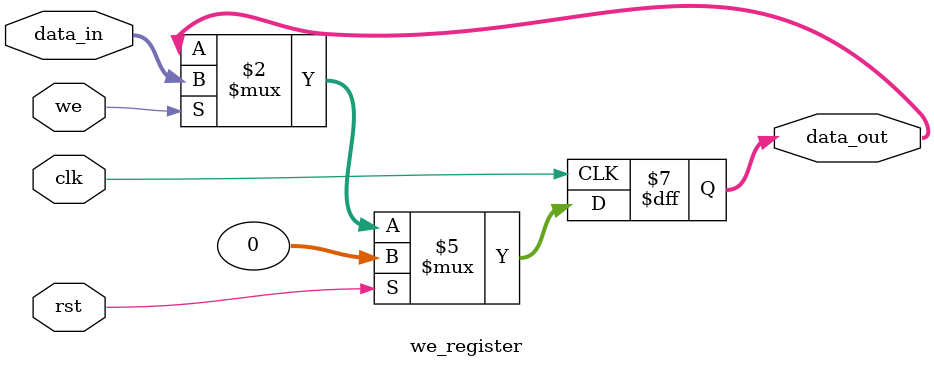
<source format=sv>
module we_register #(
    parameter SIZE = 32
)(
    input  logic             clk,
    input  logic             rst,           // reset activo alto, síncrono
    input  logic [SIZE-1:0]  data_in,
    input  logic             we,
    output logic [SIZE-1:0]  data_out
);
    always_ff @(posedge clk) begin
        if (rst)       data_out <= '0;
        else if (we)   data_out <= data_in;
    end
endmodule
</source>
